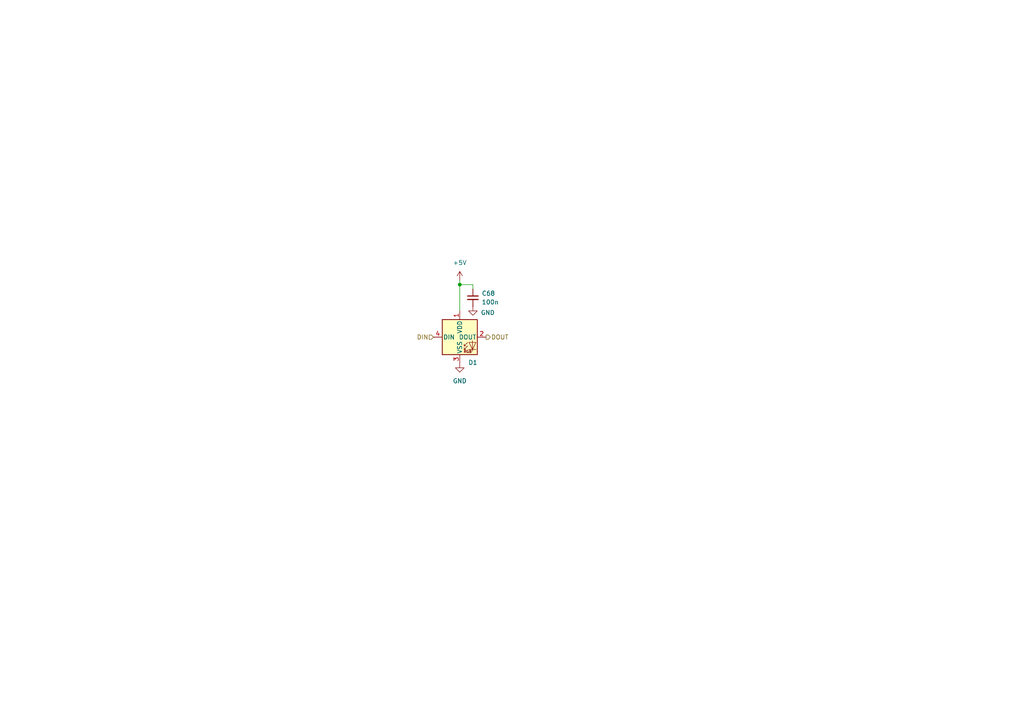
<source format=kicad_sch>
(kicad_sch (version 20231120) (generator "eeschema") (generator_version "8.0")
  (paper "A4")
  (lib_symbols
    (symbol "Device:C_Small" (pin_numbers hide) (pin_names (offset 0.254) hide)
      (property "Reference" "C" (at 0.254 1.778 0))
      (property "Value" "C_Small" (at 0.254 -2.032 0))
      (symbol "C_Small_0_1"
        (polyline (pts (xy -1.524 -0.508) (xy 1.524 -0.508)) (stroke (width 0.3302)))
        (polyline (pts (xy -1.524 0.508) (xy 1.524 0.508)) (stroke (width 0.3048)))
      )
      (symbol "C_Small_1_1"
        (pin passive line (at 0 2.54 270) (length 2.032) (name "~") (number "1"))
        (pin passive line (at 0 -2.54 90) (length 2.032) (name "~") (number "2"))
      )
    )
    (symbol "LED:WS2812B" (pin_names (offset 0.254))
      (property "Reference" "D" (at 5.08 5.715 0))
      (property "Value" "WS2812B" (at 1.27 -5.715 0))
      (symbol "WS2812B_0_0"
        (text "RGB" (at 2.286 -4.191 0) (effects (font (size 0.762 0.762))))
      )
      (symbol "WS2812B_0_1"
        (polyline (pts (xy 1.27 -3.556) (xy 1.778 -3.556)))
        (polyline (pts (xy 1.27 -2.54) (xy 1.778 -2.54)))
        (polyline (pts (xy 4.699 -3.556) (xy 2.667 -3.556)))
        (polyline (pts (xy 2.286 -2.54) (xy 1.27 -3.556) (xy 1.27 -3.048)))
        (polyline (pts (xy 2.286 -1.524) (xy 1.27 -2.54) (xy 1.27 -2.032)))
        (polyline (pts (xy 3.683 -1.016) (xy 3.683 -3.556) (xy 3.683 -4.064)))
        (polyline (pts (xy 4.699 -1.524) (xy 2.667 -1.524) (xy 3.683 -3.556) (xy 4.699 -1.524)))
        (rectangle (start 5.08 5.08) (end -5.08 -5.08) (stroke (width 0.254)) (fill (type background)))
      )
      (symbol "WS2812B_1_1"
        (pin power_in line (at 0 7.62 270) (length 2.54) (name "VDD") (number "1"))
        (pin output line (at 7.62 0 180) (length 2.54) (name "DOUT") (number "2"))
        (pin power_in line (at 0 -7.62 90) (length 2.54) (name "VSS") (number "3"))
        (pin input line (at -7.62 0 0) (length 2.54) (name "DIN") (number "4"))
      )
    )
    (symbol "power:+5V" (power) (pin_numbers hide) (pin_names (offset 0) hide)
      (property "Value" "+5V" (at 0 3.556 0))
      (symbol "+5V_0_1"
        (polyline (pts (xy -0.762 1.27) (xy 0 2.54)))
        (polyline (pts (xy 0 0) (xy 0 2.54)))
        (polyline (pts (xy 0 2.54) (xy 0.762 1.27)))
      )
      (symbol "+5V_1_1"
        (pin power_in line (at 0 0 90) (length 0) (name "~") (number "1"))
      )
    )
    (symbol "power:GND" (power) (pin_numbers hide) (pin_names (offset 0) hide)
      (property "Value" "GND" (at 0 -3.81 0))
      (symbol "GND_0_1"
        (polyline (pts (xy 0 0) (xy 0 -1.27) (xy 1.27 -1.27) (xy 0 -2.54) (xy -1.27 -1.27) (xy 0 -1.27)))
      )
      (symbol "GND_1_1"
        (pin power_in line (at 0 0 270) (length 0) (name "~") (number "1"))
      )
    )
  )
  (junction (at 133.35 82.55))
  (wire (pts (xy 137.16 83.82) (xy 137.16 82.55)))
  (wire (pts (xy 137.16 82.55) (xy 133.35 82.55)))
  (wire (pts (xy 133.35 82.55) (xy 133.35 90.17)))
  (wire (pts (xy 133.35 81.28) (xy 133.35 82.55)))
  (hierarchical_label "DOUT" (shape output) (at 140.97 97.79 0))
  (hierarchical_label "DIN" (shape input) (at 125.73 97.79 180))
  (symbol (lib_id "Device:C_Small") (at 137.16 86.36 0) (unit 1)
    (property "Reference" "C68" (at 139.7 85.0962 0) (effects (justify left)))
    (property "Value" "100n" (at 139.7 87.6362 0) (effects (justify left)))
    (property "Footprint" "Capacitor_SMD:C_0603_1608Metric" (effects (hide yes)))
    (property "Description" "Unpolarized capacitor, small symbol" (effects (hide yes)))
    (instances (project "otterworks_arrow" (path "" (reference "C68") (unit 1)) (path "" (reference "C1") (unit 1)) (path "" (reference "C2") (unit 1)) (path "" (reference "C3") (unit 1)) (path "" (reference "C4") (unit 1)) (path "" (reference "C5") (unit 1)) (path "" (reference "C6") (unit 1)) (path "" (reference "C7") (unit 1)) (path "" (reference "C8") (unit 1)) (path "" (reference "C9") (unit 1)) (path "" (reference "C10") (unit 1)) (path "" (reference "C11") (unit 1)) (path "" (reference "C12") (unit 1)) (path "" (reference "C13") (unit 1)) (path "" (reference "C14") (unit 1)) (path "" (reference "C15") (unit 1)) (path "" (reference "C16") (unit 1)) (path "" (reference "C17") (unit 1)) (path "" (reference "C18") (unit 1)) (path "" (reference "C19") (unit 1)) (path "" (reference "C20") (unit 1)) (path "" (reference "C21") (unit 1)) (path "" (reference "C22") (unit 1)) (path "" (reference "C23") (unit 1)) (path "" (reference "C24") (unit 1)) (path "" (reference "C25") (unit 1)) (path "" (reference "C26") (unit 1)) (path "" (reference "C27") (unit 1)) (path "" (reference "C28") (unit 1)) (path "" (reference "C29") (unit 1)) (path "" (reference "C30") (unit 1)) (path "" (reference "C31") (unit 1)) (path "" (reference "C32") (unit 1)) (path "" (reference "C33") (unit 1)) (path "" (reference "C34") (unit 1)) (path "" (reference "C35") (unit 1)) (path "" (reference "C36") (unit 1)) (path "" (reference "C37") (unit 1)) (path "" (reference "C38") (unit 1)) (path "" (reference "C39") (unit 1)) (path "" (reference "C40") (unit 1)) (path "" (reference "C41") (unit 1)) (path "" (reference "C42") (unit 1)) (path "" (reference "C43") (unit 1)) (path "" (reference "C44") (unit 1)) (path "" (reference "C45") (unit 1)) (path "" (reference "C46") (unit 1)) (path "" (reference "C47") (unit 1)) (path "" (reference "C48") (unit 1)) (path "" (reference "C49") (unit 1)) (path "" (reference "C50") (unit 1)) (path "" (reference "C51") (unit 1)) (path "" (reference "C52") (unit 1)) (path "" (reference "C53") (unit 1)) (path "" (reference "C54") (unit 1)) (path "" (reference "C55") (unit 1)) (path "" (reference "C56") (unit 1)) (path "" (reference "C57") (unit 1)) (path "" (reference "C58") (unit 1)) (path "" (reference "C59") (unit 1)) (path "" (reference "C60") (unit 1)) (path "" (reference "C61") (unit 1)) (path "" (reference "C62") (unit 1)) (path "" (reference "C63") (unit 1)) (path "" (reference "C64") (unit 1)) (path "" (reference "C65") (unit 1)) (path "" (reference "C66") (unit 1)) (path "" (reference "C67") (unit 1))))
  )
  (symbol (lib_id "power:+5V") (at 133.35 81.28 0) (unit 1)
    (property "Reference" "#PWR01" (effects (hide yes)))
    (property "Value" "+5V" (at 133.35 76.2 0))
    (property "Description" "Power symbol creates a global label with name \"+5V\"" (effects (hide yes)))
    (instances (project "otterworks_arrow" (path "" (reference "#PWR01") (unit 1)) (path "" (reference "#PWR04") (unit 1)) (path "" (reference "#PWR07") (unit 1)) (path "" (reference "#PWR010") (unit 1)) (path "" (reference "#PWR013") (unit 1)) (path "" (reference "#PWR016") (unit 1)) (path "" (reference "#PWR019") (unit 1)) (path "" (reference "#PWR022") (unit 1)) (path "" (reference "#PWR025") (unit 1)) (path "" (reference "#PWR028") (unit 1)) (path "" (reference "#PWR031") (unit 1)) (path "" (reference "#PWR034") (unit 1)) (path "" (reference "#PWR037") (unit 1)) (path "" (reference "#PWR040") (unit 1)) (path "" (reference "#PWR043") (unit 1)) (path "" (reference "#PWR046") (unit 1)) (path "" (reference "#PWR049") (unit 1)) (path "" (reference "#PWR052") (unit 1)) (path "" (reference "#PWR055") (unit 1)) (path "" (reference "#PWR058") (unit 1)) (path "" (reference "#PWR061") (unit 1)) (path "" (reference "#PWR064") (unit 1)) (path "" (reference "#PWR067") (unit 1)) (path "" (reference "#PWR070") (unit 1)) (path "" (reference "#PWR073") (unit 1)) (path "" (reference "#PWR076") (unit 1)) (path "" (reference "#PWR079") (unit 1)) (path "" (reference "#PWR082") (unit 1)) (path "" (reference "#PWR085") (unit 1)) (path "" (reference "#PWR088") (unit 1)) (path "" (reference "#PWR091") (unit 1)) (path "" (reference "#PWR094") (unit 1)) (path "" (reference "#PWR097") (unit 1)) (path "" (reference "#PWR0100") (unit 1)) (path "" (reference "#PWR0103") (unit 1)) (path "" (reference "#PWR0106") (unit 1)) (path "" (reference "#PWR0109") (unit 1)) (path "" (reference "#PWR0112") (unit 1)) (path "" (reference "#PWR0115") (unit 1)) (path "" (reference "#PWR0118") (unit 1)) (path "" (reference "#PWR0121") (unit 1)) (path "" (reference "#PWR0124") (unit 1)) (path "" (reference "#PWR0127") (unit 1)) (path "" (reference "#PWR0130") (unit 1)) (path "" (reference "#PWR0133") (unit 1)) (path "" (reference "#PWR0136") (unit 1)) (path "" (reference "#PWR0139") (unit 1)) (path "" (reference "#PWR0142") (unit 1)) (path "" (reference "#PWR0145") (unit 1)) (path "" (reference "#PWR0148") (unit 1)) (path "" (reference "#PWR0151") (unit 1)) (path "" (reference "#PWR0154") (unit 1)) (path "" (reference "#PWR0157") (unit 1)) (path "" (reference "#PWR0160") (unit 1)) (path "" (reference "#PWR0163") (unit 1)) (path "" (reference "#PWR0166") (unit 1)) (path "" (reference "#PWR0169") (unit 1)) (path "" (reference "#PWR0172") (unit 1)) (path "" (reference "#PWR0175") (unit 1)) (path "" (reference "#PWR0178") (unit 1)) (path "" (reference "#PWR0181") (unit 1)) (path "" (reference "#PWR0184") (unit 1)) (path "" (reference "#PWR0187") (unit 1)) (path "" (reference "#PWR0190") (unit 1)) (path "" (reference "#PWR0193") (unit 1)) (path "" (reference "#PWR0196") (unit 1)) (path "" (reference "#PWR0199") (unit 1)) (path "" (reference "#PWR0202") (unit 1))))
  )
  (symbol (lib_id "LED:WS2812B") (at 133.35 97.79 0) (unit 1)
    (property "Reference" "D1" (at 137.16 105.156 0))
    (property "Value" "WS2812B-2020" (effects (hide yes)))
    (property "Footprint" "LED_SMD:LED_WS2812B_PLCC4_5.0x5.0mm_P3.2mm" (effects (hide yes)))
    (property "Datasheet" "https://cdn-shop.adafruit.com/datasheets/WS2812B.pdf" (effects (hide yes)))
    (property "Description" "RGB LED with integrated controller" (effects (hide yes)))
    (instances (project "otterworks_arrow" (path "" (reference "D1") (unit 1)) (path "" (reference "D2") (unit 1)) (path "" (reference "D3") (unit 1)) (path "" (reference "D4") (unit 1)) (path "" (reference "D5") (unit 1)) (path "" (reference "D6") (unit 1)) (path "" (reference "D7") (unit 1)) (path "" (reference "D8") (unit 1)) (path "" (reference "D9") (unit 1)) (path "" (reference "D10") (unit 1)) (path "" (reference "D11") (unit 1)) (path "" (reference "D12") (unit 1)) (path "" (reference "D13") (unit 1)) (path "" (reference "D14") (unit 1)) (path "" (reference "D15") (unit 1)) (path "" (reference "D16") (unit 1)) (path "" (reference "D17") (unit 1)) (path "" (reference "D18") (unit 1)) (path "" (reference "D19") (unit 1)) (path "" (reference "D20") (unit 1)) (path "" (reference "D21") (unit 1)) (path "" (reference "D22") (unit 1)) (path "" (reference "D23") (unit 1)) (path "" (reference "D24") (unit 1)) (path "" (reference "D25") (unit 1)) (path "" (reference "D26") (unit 1)) (path "" (reference "D27") (unit 1)) (path "" (reference "D28") (unit 1)) (path "" (reference "D29") (unit 1)) (path "" (reference "D30") (unit 1)) (path "" (reference "D31") (unit 1)) (path "" (reference "D32") (unit 1)) (path "" (reference "D33") (unit 1)) (path "" (reference "D34") (unit 1)) (path "" (reference "D35") (unit 1)) (path "" (reference "D36") (unit 1)) (path "" (reference "D37") (unit 1)) (path "" (reference "D38") (unit 1)) (path "" (reference "D39") (unit 1)) (path "" (reference "D40") (unit 1)) (path "" (reference "D41") (unit 1)) (path "" (reference "D42") (unit 1)) (path "" (reference "D43") (unit 1)) (path "" (reference "D44") (unit 1)) (path "" (reference "D45") (unit 1)) (path "" (reference "D46") (unit 1)) (path "" (reference "D47") (unit 1)) (path "" (reference "D48") (unit 1)) (path "" (reference "D49") (unit 1)) (path "" (reference "D50") (unit 1)) (path "" (reference "D51") (unit 1)) (path "" (reference "D52") (unit 1)) (path "" (reference "D53") (unit 1)) (path "" (reference "D54") (unit 1)) (path "" (reference "D55") (unit 1)) (path "" (reference "D56") (unit 1)) (path "" (reference "D57") (unit 1)) (path "" (reference "D58") (unit 1)) (path "" (reference "D59") (unit 1)) (path "" (reference "D60") (unit 1)) (path "" (reference "D61") (unit 1)) (path "" (reference "D62") (unit 1)) (path "" (reference "D63") (unit 1)) (path "" (reference "D64") (unit 1)) (path "" (reference "D65") (unit 1)) (path "" (reference "D66") (unit 1)) (path "" (reference "D67") (unit 1)) (path "" (reference "D68") (unit 1))))
  )
  (symbol (lib_id "power:GND") (at 137.16 88.9 0) (unit 1)
    (property "Reference" "#PWR03" (effects (hide yes)))
    (property "Value" "GND" (at 141.478 90.678 0))
    (property "Description" "Power symbol creates a global label with name \"GND\" , ground" (effects (hide yes)))
    (instances (project "otterworks_arrow" (path "" (reference "#PWR03") (unit 1)) (path "" (reference "#PWR06") (unit 1)) (path "" (reference "#PWR09") (unit 1)) (path "" (reference "#PWR012") (unit 1)) (path "" (reference "#PWR015") (unit 1)) (path "" (reference "#PWR018") (unit 1)) (path "" (reference "#PWR021") (unit 1)) (path "" (reference "#PWR024") (unit 1)) (path "" (reference "#PWR027") (unit 1)) (path "" (reference "#PWR030") (unit 1)) (path "" (reference "#PWR033") (unit 1)) (path "" (reference "#PWR036") (unit 1)) (path "" (reference "#PWR039") (unit 1)) (path "" (reference "#PWR042") (unit 1)) (path "" (reference "#PWR045") (unit 1)) (path "" (reference "#PWR048") (unit 1)) (path "" (reference "#PWR051") (unit 1)) (path "" (reference "#PWR054") (unit 1)) (path "" (reference "#PWR057") (unit 1)) (path "" (reference "#PWR060") (unit 1)) (path "" (reference "#PWR063") (unit 1)) (path "" (reference "#PWR066") (unit 1)) (path "" (reference "#PWR069") (unit 1)) (path "" (reference "#PWR072") (unit 1)) (path "" (reference "#PWR075") (unit 1)) (path "" (reference "#PWR078") (unit 1)) (path "" (reference "#PWR081") (unit 1)) (path "" (reference "#PWR084") (unit 1)) (path "" (reference "#PWR087") (unit 1)) (path "" (reference "#PWR090") (unit 1)) (path "" (reference "#PWR093") (unit 1)) (path "" (reference "#PWR096") (unit 1)) (path "" (reference "#PWR099") (unit 1)) (path "" (reference "#PWR0102") (unit 1)) (path "" (reference "#PWR0105") (unit 1)) (path "" (reference "#PWR0108") (unit 1)) (path "" (reference "#PWR0111") (unit 1)) (path "" (reference "#PWR0114") (unit 1)) (path "" (reference "#PWR0117") (unit 1)) (path "" (reference "#PWR0120") (unit 1)) (path "" (reference "#PWR0123") (unit 1)) (path "" (reference "#PWR0126") (unit 1)) (path "" (reference "#PWR0129") (unit 1)) (path "" (reference "#PWR0132") (unit 1)) (path "" (reference "#PWR0135") (unit 1)) (path "" (reference "#PWR0138") (unit 1)) (path "" (reference "#PWR0141") (unit 1)) (path "" (reference "#PWR0144") (unit 1)) (path "" (reference "#PWR0147") (unit 1)) (path "" (reference "#PWR0150") (unit 1)) (path "" (reference "#PWR0153") (unit 1)) (path "" (reference "#PWR0156") (unit 1)) (path "" (reference "#PWR0159") (unit 1)) (path "" (reference "#PWR0162") (unit 1)) (path "" (reference "#PWR0165") (unit 1)) (path "" (reference "#PWR0168") (unit 1)) (path "" (reference "#PWR0171") (unit 1)) (path "" (reference "#PWR0174") (unit 1)) (path "" (reference "#PWR0177") (unit 1)) (path "" (reference "#PWR0180") (unit 1)) (path "" (reference "#PWR0183") (unit 1)) (path "" (reference "#PWR0186") (unit 1)) (path "" (reference "#PWR0189") (unit 1)) (path "" (reference "#PWR0192") (unit 1)) (path "" (reference "#PWR0195") (unit 1)) (path "" (reference "#PWR0198") (unit 1)) (path "" (reference "#PWR0201") (unit 1)) (path "" (reference "#PWR0204") (unit 1))))
  )
  (symbol (lib_id "power:GND") (at 133.35 105.41 0) (unit 1)
    (property "Reference" "#PWR02" (effects (hide yes)))
    (property "Value" "GND" (at 133.35 110.49 0))
    (property "Description" "Power symbol creates a global label with name \"GND\" , ground" (effects (hide yes)))
    (instances (project "otterworks_arrow" (path "" (reference "#PWR02") (unit 1)) (path "" (reference "#PWR05") (unit 1)) (path "" (reference "#PWR08") (unit 1)) (path "" (reference "#PWR011") (unit 1)) (path "" (reference "#PWR014") (unit 1)) (path "" (reference "#PWR017") (unit 1)) (path "" (reference "#PWR020") (unit 1)) (path "" (reference "#PWR023") (unit 1)) (path "" (reference "#PWR026") (unit 1)) (path "" (reference "#PWR029") (unit 1)) (path "" (reference "#PWR032") (unit 1)) (path "" (reference "#PWR035") (unit 1)) (path "" (reference "#PWR038") (unit 1)) (path "" (reference "#PWR041") (unit 1)) (path "" (reference "#PWR044") (unit 1)) (path "" (reference "#PWR047") (unit 1)) (path "" (reference "#PWR050") (unit 1)) (path "" (reference "#PWR053") (unit 1)) (path "" (reference "#PWR056") (unit 1)) (path "" (reference "#PWR059") (unit 1)) (path "" (reference "#PWR062") (unit 1)) (path "" (reference "#PWR065") (unit 1)) (path "" (reference "#PWR068") (unit 1)) (path "" (reference "#PWR071") (unit 1)) (path "" (reference "#PWR074") (unit 1)) (path "" (reference "#PWR077") (unit 1)) (path "" (reference "#PWR080") (unit 1)) (path "" (reference "#PWR083") (unit 1)) (path "" (reference "#PWR086") (unit 1)) (path "" (reference "#PWR089") (unit 1)) (path "" (reference "#PWR092") (unit 1)) (path "" (reference "#PWR095") (unit 1)) (path "" (reference "#PWR098") (unit 1)) (path "" (reference "#PWR0101") (unit 1)) (path "" (reference "#PWR0104") (unit 1)) (path "" (reference "#PWR0107") (unit 1)) (path "" (reference "#PWR0110") (unit 1)) (path "" (reference "#PWR0113") (unit 1)) (path "" (reference "#PWR0116") (unit 1)) (path "" (reference "#PWR0119") (unit 1)) (path "" (reference "#PWR0122") (unit 1)) (path "" (reference "#PWR0125") (unit 1)) (path "" (reference "#PWR0128") (unit 1)) (path "" (reference "#PWR0131") (unit 1)) (path "" (reference "#PWR0134") (unit 1)) (path "" (reference "#PWR0137") (unit 1)) (path "" (reference "#PWR0140") (unit 1)) (path "" (reference "#PWR0143") (unit 1)) (path "" (reference "#PWR0146") (unit 1)) (path "" (reference "#PWR0149") (unit 1)) (path "" (reference "#PWR0152") (unit 1)) (path "" (reference "#PWR0155") (unit 1)) (path "" (reference "#PWR0158") (unit 1)) (path "" (reference "#PWR0161") (unit 1)) (path "" (reference "#PWR0164") (unit 1)) (path "" (reference "#PWR0167") (unit 1)) (path "" (reference "#PWR0170") (unit 1)) (path "" (reference "#PWR0173") (unit 1)) (path "" (reference "#PWR0176") (unit 1)) (path "" (reference "#PWR0179") (unit 1)) (path "" (reference "#PWR0182") (unit 1)) (path "" (reference "#PWR0185") (unit 1)) (path "" (reference "#PWR0188") (unit 1)) (path "" (reference "#PWR0191") (unit 1)) (path "" (reference "#PWR0194") (unit 1)) (path "" (reference "#PWR0197") (unit 1)) (path "" (reference "#PWR0200") (unit 1)) (path "" (reference "#PWR0203") (unit 1))))
  )
)
</source>
